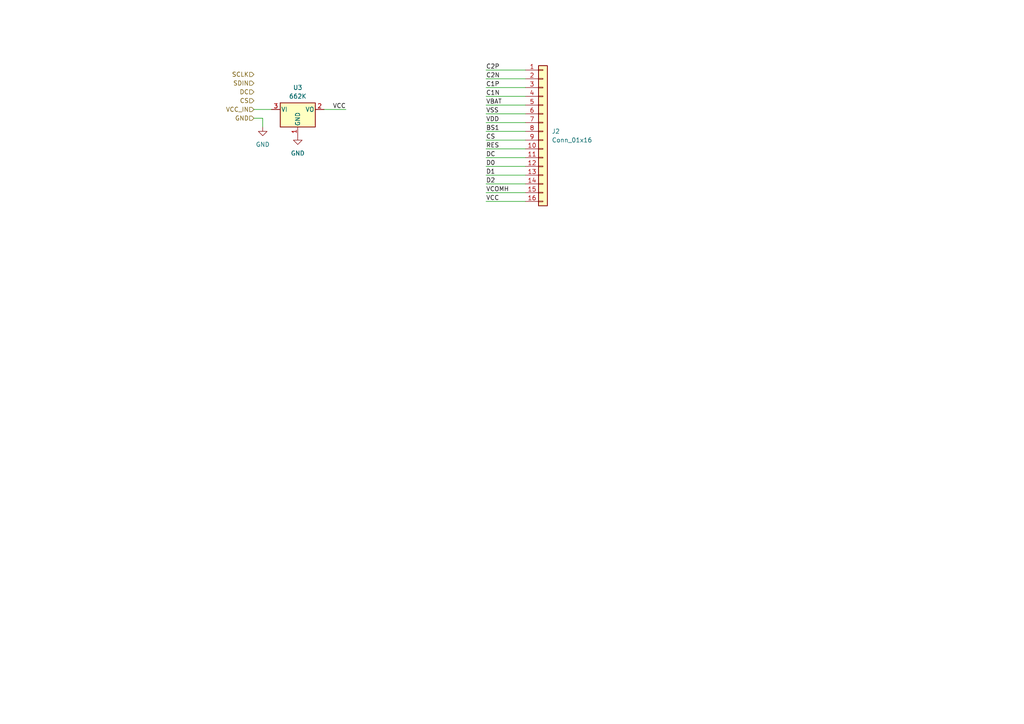
<source format=kicad_sch>
(kicad_sch (version 20231120) (generator "eeschema") (generator_version "8.0")
  (paper "A4")
  (lib_symbols
    (symbol "Connector_Generic:Conn_01x16" (pin_names (offset 1.016) hide)
      (property "Reference" "J" (at 0 20.32 0))
      (property "Value" "Conn_01x16" (at 0 -22.86 0))
      (symbol "Conn_01x16_1_1"
        (rectangle (start -1.27 -20.193) (end 0 -20.447) (stroke (width 0.1524)))
        (rectangle (start -1.27 -17.653) (end 0 -17.907) (stroke (width 0.1524)))
        (rectangle (start -1.27 -15.113) (end 0 -15.367) (stroke (width 0.1524)))
        (rectangle (start -1.27 -12.573) (end 0 -12.827) (stroke (width 0.1524)))
        (rectangle (start -1.27 -10.033) (end 0 -10.287) (stroke (width 0.1524)))
        (rectangle (start -1.27 -7.493) (end 0 -7.747) (stroke (width 0.1524)))
        (rectangle (start -1.27 -4.953) (end 0 -5.207) (stroke (width 0.1524)))
        (rectangle (start -1.27 -2.413) (end 0 -2.667) (stroke (width 0.1524)))
        (rectangle (start -1.27 0.127) (end 0 -0.127) (stroke (width 0.1524)))
        (rectangle (start -1.27 2.667) (end 0 2.413) (stroke (width 0.1524)))
        (rectangle (start -1.27 5.207) (end 0 4.953) (stroke (width 0.1524)))
        (rectangle (start -1.27 7.747) (end 0 7.493) (stroke (width 0.1524)))
        (rectangle (start -1.27 10.287) (end 0 10.033) (stroke (width 0.1524)))
        (rectangle (start -1.27 12.827) (end 0 12.573) (stroke (width 0.1524)))
        (rectangle (start -1.27 15.367) (end 0 15.113) (stroke (width 0.1524)))
        (rectangle (start -1.27 17.907) (end 0 17.653) (stroke (width 0.1524)))
        (rectangle (start -1.27 19.05) (end 1.27 -21.59) (stroke (width 0.254)) (fill (type background)))
        (pin passive line (at -5.08 17.78 0) (length 3.81) (name "Pin_1") (number "1"))
        (pin passive line (at -5.08 -5.08 0) (length 3.81) (name "Pin_10") (number "10"))
        (pin passive line (at -5.08 -7.62 0) (length 3.81) (name "Pin_11") (number "11"))
        (pin passive line (at -5.08 -10.16 0) (length 3.81) (name "Pin_12") (number "12"))
        (pin passive line (at -5.08 -12.7 0) (length 3.81) (name "Pin_13") (number "13"))
        (pin passive line (at -5.08 -15.24 0) (length 3.81) (name "Pin_14") (number "14"))
        (pin passive line (at -5.08 -17.78 0) (length 3.81) (name "Pin_15") (number "15"))
        (pin passive line (at -5.08 -20.32 0) (length 3.81) (name "Pin_16") (number "16"))
        (pin passive line (at -5.08 15.24 0) (length 3.81) (name "Pin_2") (number "2"))
        (pin passive line (at -5.08 12.7 0) (length 3.81) (name "Pin_3") (number "3"))
        (pin passive line (at -5.08 10.16 0) (length 3.81) (name "Pin_4") (number "4"))
        (pin passive line (at -5.08 7.62 0) (length 3.81) (name "Pin_5") (number "5"))
        (pin passive line (at -5.08 5.08 0) (length 3.81) (name "Pin_6") (number "6"))
        (pin passive line (at -5.08 2.54 0) (length 3.81) (name "Pin_7") (number "7"))
        (pin passive line (at -5.08 0 0) (length 3.81) (name "Pin_8") (number "8"))
        (pin passive line (at -5.08 -2.54 0) (length 3.81) (name "Pin_9") (number "9"))
      )
    )
    (symbol "Regulator_Linear:TPS7A0533PDBZ" (pin_names (offset 0.254))
      (property "Reference" "U" (at -3.81 3.175 0))
      (property "Value" "TPS7A0533PDBZ" (at 0 3.175 0))
      (symbol "TPS7A0533PDBZ_0_1"
        (rectangle (start -5.08 -5.08) (end 5.08 1.905) (stroke (width 0.254)) (fill (type background)))
      )
      (symbol "TPS7A0533PDBZ_1_1"
        (pin power_in line (at 0 -7.62 90) (length 2.54) (name "GND") (number "1"))
        (pin power_out line (at 7.62 0 180) (length 2.54) (name "VO") (number "2"))
        (pin power_in line (at -7.62 0 0) (length 2.54) (name "VI") (number "3"))
      )
    )
    (symbol "power:GND" (power) (pin_numbers hide) (pin_names (offset 0) hide)
      (property "Value" "GND" (at 0 -3.81 0))
      (symbol "GND_0_1"
        (polyline (pts (xy 0 0) (xy 0 -1.27) (xy 1.27 -1.27) (xy 0 -2.54) (xy -1.27 -1.27) (xy 0 -1.27)))
      )
      (symbol "GND_1_1"
        (pin power_in line (at 0 0 270) (length 0) (name "~") (number "1"))
      )
    )
  )
  (wire (pts (xy 76.2 36.83) (xy 76.2 34.29)))
  (wire (pts (xy 140.97 33.02) (xy 152.4 33.02)))
  (wire (pts (xy 140.97 27.94) (xy 152.4 27.94)))
  (wire (pts (xy 140.97 30.48) (xy 152.4 30.48)))
  (wire (pts (xy 78.74 31.75) (xy 73.66 31.75)))
  (wire (pts (xy 140.97 45.72) (xy 152.4 45.72)))
  (wire (pts (xy 140.97 50.8) (xy 152.4 50.8)))
  (wire (pts (xy 140.97 22.86) (xy 152.4 22.86)))
  (wire (pts (xy 140.97 58.42) (xy 152.4 58.42)))
  (wire (pts (xy 100.33 31.75) (xy 93.98 31.75)))
  (wire (pts (xy 140.97 55.88) (xy 152.4 55.88)))
  (wire (pts (xy 140.97 53.34) (xy 152.4 53.34)))
  (wire (pts (xy 140.97 38.1) (xy 152.4 38.1)))
  (wire (pts (xy 140.97 48.26) (xy 152.4 48.26)))
  (wire (pts (xy 140.97 35.56) (xy 152.4 35.56)))
  (wire (pts (xy 76.2 34.29) (xy 73.66 34.29)))
  (wire (pts (xy 140.97 40.64) (xy 152.4 40.64)))
  (wire (pts (xy 140.97 20.32) (xy 152.4 20.32)))
  (wire (pts (xy 140.97 43.18) (xy 152.4 43.18)))
  (wire (pts (xy 140.97 25.4) (xy 152.4 25.4)))
  (label "VBAT" (at 140.97 30.48 0))
  (label "C1P" (at 140.97 25.4 0))
  (label "VDD" (at 140.97 35.56 0))
  (label "C2N" (at 140.97 22.86 0))
  (label "VCC" (at 140.97 58.42 0))
  (label "CS" (at 140.97 40.64 0))
  (label "VCC" (at 100.33 31.75 180))
  (label "D1" (at 140.97 50.8 0))
  (label "RES" (at 140.97 43.18 0))
  (label "D2" (at 140.97 53.34 0))
  (label "C2P" (at 140.97 20.32 0))
  (label "DC" (at 140.97 45.72 0))
  (label "C1N" (at 140.97 27.94 0))
  (label "VSS" (at 140.97 33.02 0))
  (label "VCOMH" (at 140.97 55.88 0))
  (label "BS1" (at 140.97 38.1 0))
  (label "D0" (at 140.97 48.26 0))
  (hierarchical_label "GND" (shape input) (at 73.66 34.29 180))
  (hierarchical_label "DC" (shape input) (at 73.66 26.67 180))
  (hierarchical_label "SCLK" (shape input) (at 73.66 21.59 180))
  (hierarchical_label "SDIN" (shape input) (at 73.66 24.13 180))
  (hierarchical_label "CS" (shape input) (at 73.66 29.21 180))
  (hierarchical_label "VCC_IN" (shape input) (at 73.66 31.75 180))
  (symbol (lib_id "Regulator_Linear:TPS7A0533PDBZ") (at 86.36 31.75 0) (unit 1)
    (property "Reference" "U3" (at 86.36 25.4 0))
    (property "Value" "662K" (at 86.36 27.94 0))
    (property "Footprint" "Package_TO_SOT_SMD:SOT-23" (effects (hide yes)))
    (property "Datasheet" "https://www.ti.com/lit/ds/symlink/tps7a05.pdf" (effects (hide yes)))
    (property "Description" "200-mA Ultra-Low-Iq LDO, 3.3V, SOT-23-3" (effects (hide yes)))
  )
  (symbol (lib_id "power:GND") (at 86.36 39.37 0) (unit 1)
    (property "Reference" "#PWR013" (effects (hide yes)))
    (property "Value" "GND" (at 86.36 44.45 0))
    (property "Description" "Power symbol creates a global label with name \"GND\" , ground" (effects (hide yes)))
  )
  (symbol (lib_id "power:GND") (at 76.2 36.83 0) (unit 1)
    (property "Reference" "#PWR010" (effects (hide yes)))
    (property "Value" "GND" (at 76.2 41.91 0))
    (property "Description" "Power symbol creates a global label with name \"GND\" , ground" (effects (hide yes)))
  )
  (symbol (lib_id "Connector_Generic:Conn_01x16") (at 157.48 38.1 0) (unit 1)
    (property "Reference" "J2" (at 160.02 38.0999 0) (effects (justify left)))
    (property "Value" "Conn_01x16" (at 160.02 40.6399 0) (effects (justify left)))
    (property "Description" "Generic connector, single row, 01x16, script generated (kicad-library-utils/schlib/autogen/connector/)" (effects (hide yes)))
  )
)
</source>
